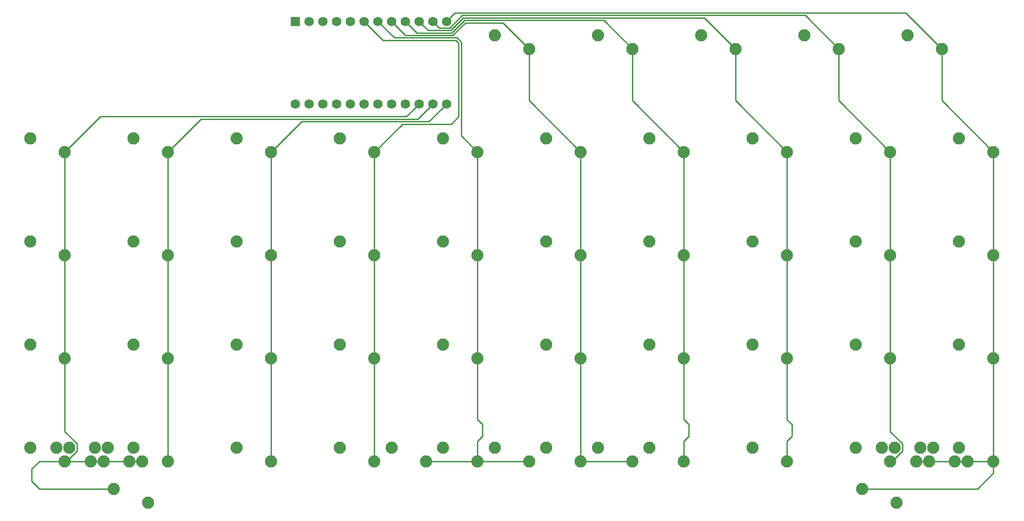
<source format=gbl>
G04 #@! TF.GenerationSoftware,KiCad,Pcbnew,(5.1.4)-1*
G04 #@! TF.CreationDate,2021-09-04T01:11:24-10:00*
G04 #@! TF.ProjectId,oya45,6f796134-352e-46b6-9963-61645f706362,rev?*
G04 #@! TF.SameCoordinates,Original*
G04 #@! TF.FileFunction,Copper,L2,Bot*
G04 #@! TF.FilePolarity,Positive*
%FSLAX46Y46*%
G04 Gerber Fmt 4.6, Leading zero omitted, Abs format (unit mm)*
G04 Created by KiCad (PCBNEW (5.1.4)-1) date 2021-09-04 01:11:24*
%MOMM*%
%LPD*%
G04 APERTURE LIST*
%ADD10C,2.250000*%
%ADD11R,1.752600X1.752600*%
%ADD12C,1.752600*%
%ADD13C,0.254000*%
G04 APERTURE END LIST*
D10*
X214153750Y-109220000D03*
X220503750Y-111760000D03*
X214471250Y-119380000D03*
X208121250Y-116840000D03*
X75247500Y-111760000D03*
X68897500Y-109220000D03*
X221297500Y-109220000D03*
X227647500Y-111760000D03*
X218916250Y-109220000D03*
X225266250Y-111760000D03*
X218122500Y-111760000D03*
X211772500Y-109220000D03*
X65722500Y-111760000D03*
X59372500Y-109220000D03*
X66516250Y-109220000D03*
X72866250Y-111760000D03*
X68103750Y-111760000D03*
X61753750Y-109220000D03*
X70008750Y-116840000D03*
X76358750Y-119380000D03*
X232410000Y-92710000D03*
X226060000Y-90170000D03*
X232410000Y-54610000D03*
X226060000Y-52070000D03*
X99060000Y-111760000D03*
X92710000Y-109220000D03*
X175260000Y-111760000D03*
X168910000Y-109220000D03*
X146685000Y-35560000D03*
X140335000Y-33020000D03*
X203835000Y-35560000D03*
X197485000Y-33020000D03*
X222885000Y-35560000D03*
X216535000Y-33020000D03*
D11*
X103505000Y-30480000D03*
D12*
X106045000Y-30480000D03*
X108585000Y-30480000D03*
X111125000Y-30480000D03*
X113665000Y-30480000D03*
X116205000Y-30480000D03*
X118745000Y-30480000D03*
X121285000Y-30480000D03*
X123825000Y-30480000D03*
X126365000Y-30480000D03*
X128905000Y-30480000D03*
X131445000Y-45720000D03*
X128905000Y-45720000D03*
X126365000Y-45720000D03*
X123825000Y-45720000D03*
X121285000Y-45720000D03*
X118745000Y-45720000D03*
X116205000Y-45720000D03*
X113665000Y-45720000D03*
X111125000Y-45720000D03*
X108585000Y-45720000D03*
X106045000Y-45720000D03*
X131445000Y-30480000D03*
X103505000Y-45720000D03*
D10*
X165735000Y-111760000D03*
X159385000Y-109220000D03*
X127635000Y-111760000D03*
X121285000Y-109220000D03*
X140335000Y-109220000D03*
X146685000Y-111760000D03*
X184785000Y-35560000D03*
X178435000Y-33020000D03*
X165735000Y-35560000D03*
X159385000Y-33020000D03*
X232410000Y-111760000D03*
X226060000Y-109220000D03*
X207010000Y-109220000D03*
X213360000Y-111760000D03*
X194310000Y-111760000D03*
X187960000Y-109220000D03*
X156210000Y-111760000D03*
X149860000Y-109220000D03*
X137160000Y-111760000D03*
X130810000Y-109220000D03*
X118110000Y-111760000D03*
X111760000Y-109220000D03*
X73660000Y-109220000D03*
X80010000Y-111760000D03*
X54610000Y-109220000D03*
X60960000Y-111760000D03*
X213360000Y-92710000D03*
X207010000Y-90170000D03*
X194310000Y-92710000D03*
X187960000Y-90170000D03*
X175260000Y-92710000D03*
X168910000Y-90170000D03*
X156210000Y-92710000D03*
X149860000Y-90170000D03*
X137160000Y-92710000D03*
X130810000Y-90170000D03*
X118110000Y-92710000D03*
X111760000Y-90170000D03*
X99060000Y-92710000D03*
X92710000Y-90170000D03*
X80010000Y-92710000D03*
X73660000Y-90170000D03*
X60960000Y-92710000D03*
X54610000Y-90170000D03*
X232410000Y-73660000D03*
X226060000Y-71120000D03*
X213360000Y-73660000D03*
X207010000Y-71120000D03*
X194310000Y-73660000D03*
X187960000Y-71120000D03*
X175260000Y-73660000D03*
X168910000Y-71120000D03*
X149860000Y-71120000D03*
X156210000Y-73660000D03*
X137160000Y-73660000D03*
X130810000Y-71120000D03*
X118110000Y-73660000D03*
X111760000Y-71120000D03*
X99060000Y-73660000D03*
X92710000Y-71120000D03*
X80010000Y-73660000D03*
X73660000Y-71120000D03*
X60960000Y-73660000D03*
X54610000Y-71120000D03*
X213360000Y-54610000D03*
X207010000Y-52070000D03*
X194310000Y-54610000D03*
X187960000Y-52070000D03*
X175260000Y-54610000D03*
X168910000Y-52070000D03*
X156210000Y-54610000D03*
X149860000Y-52070000D03*
X137160000Y-54610000D03*
X130810000Y-52070000D03*
X118110000Y-54610000D03*
X111760000Y-52070000D03*
X99060000Y-54610000D03*
X92710000Y-52070000D03*
X80010000Y-54610000D03*
X73660000Y-52070000D03*
X60960000Y-54610000D03*
X54610000Y-52070000D03*
D13*
X60960000Y-54610000D02*
X60960000Y-92710000D01*
X125488701Y-46596299D02*
X126365000Y-45720000D01*
X124005990Y-48079010D02*
X125488701Y-46596299D01*
X67490990Y-48079010D02*
X124005990Y-48079010D01*
X60960000Y-54610000D02*
X67490990Y-48079010D01*
X68417760Y-116840000D02*
X70008750Y-116840000D01*
X56255066Y-116840000D02*
X68417760Y-116840000D01*
X54829099Y-115414033D02*
X56255066Y-116840000D01*
X54829099Y-113185967D02*
X54829099Y-115414033D01*
X56255066Y-111760000D02*
X54829099Y-113185967D01*
X63205751Y-109831749D02*
X61277500Y-111760000D01*
X63205751Y-108523039D02*
X63205751Y-109831749D01*
X60960000Y-92710000D02*
X60960000Y-106277288D01*
X60960000Y-106277288D02*
X63205751Y-108523039D01*
X61277500Y-111760000D02*
X60960000Y-111760000D01*
X75247500Y-111760000D02*
X56255066Y-111760000D01*
X80010000Y-54610000D02*
X80010000Y-111760000D01*
X128028701Y-46596299D02*
X128905000Y-45720000D01*
X126091980Y-48533020D02*
X128028701Y-46596299D01*
X86086980Y-48533020D02*
X126091980Y-48533020D01*
X80010000Y-54610000D02*
X86086980Y-48533020D01*
X99060000Y-54610000D02*
X99060000Y-111760000D01*
X130568701Y-46596299D02*
X131445000Y-45720000D01*
X128177970Y-48987030D02*
X130568701Y-46596299D01*
X104682970Y-48987030D02*
X128177970Y-48987030D01*
X99060000Y-54610000D02*
X104682970Y-48987030D01*
X118110000Y-54610000D02*
X118110000Y-111760000D01*
X119678351Y-33953351D02*
X116205000Y-30480000D01*
X118110000Y-54610000D02*
X123278960Y-49441040D01*
X123278960Y-49441040D02*
X132327710Y-49441040D01*
X132327710Y-49441040D02*
X133689740Y-48079010D01*
X133689740Y-48079010D02*
X133689740Y-34470990D01*
X133689740Y-34470990D02*
X133172101Y-33953351D01*
X133172101Y-33953351D02*
X119678351Y-33953351D01*
X121764341Y-33499341D02*
X118745000Y-30480000D01*
X133360158Y-33499341D02*
X121764341Y-33499341D01*
X134143750Y-34282933D02*
X133360158Y-33499341D01*
X134143750Y-51593750D02*
X134143750Y-34282933D01*
X137160000Y-54610000D02*
X134143750Y-51593750D01*
X146685000Y-111760000D02*
X127635000Y-111760000D01*
X137160000Y-108051184D02*
X137160000Y-111760000D01*
X138052151Y-107159033D02*
X137160000Y-108051184D01*
X138052151Y-104930967D02*
X138052151Y-107159033D01*
X137160000Y-104038816D02*
X138052151Y-104930967D01*
X137160000Y-54610000D02*
X137160000Y-104038816D01*
X156210000Y-54610000D02*
X156210000Y-111760000D01*
X146685000Y-45085000D02*
X146685000Y-35560000D01*
X156210000Y-54610000D02*
X146685000Y-45085000D01*
X122161299Y-31356299D02*
X121285000Y-30480000D01*
X123850331Y-33045331D02*
X122161299Y-31356299D01*
X132586756Y-33045331D02*
X123850331Y-33045331D01*
X134901306Y-30730780D02*
X132586756Y-33045331D01*
X146685000Y-35560000D02*
X141855780Y-30730780D01*
X141855780Y-30730780D02*
X134901306Y-30730780D01*
X157800990Y-111760000D02*
X165735000Y-111760000D01*
X156210000Y-111760000D02*
X157800990Y-111760000D01*
X175260000Y-54610000D02*
X175260000Y-104038816D01*
X165735000Y-45085000D02*
X165735000Y-35560000D01*
X175260000Y-54610000D02*
X165735000Y-45085000D01*
X176152151Y-104930967D02*
X176152151Y-107159033D01*
X175260000Y-104038816D02*
X176152151Y-104930967D01*
X175260000Y-108051184D02*
X175260000Y-111760000D01*
X176152151Y-107159033D02*
X175260000Y-108051184D01*
X124701299Y-31356299D02*
X123825000Y-30480000D01*
X125936321Y-32591321D02*
X124701299Y-31356299D01*
X132398699Y-32591321D02*
X125936321Y-32591321D01*
X134713249Y-30276770D02*
X132398699Y-32591321D01*
X165735000Y-35560000D02*
X160451770Y-30276770D01*
X160451770Y-30276770D02*
X134713249Y-30276770D01*
X184785000Y-45085000D02*
X184785000Y-35560000D01*
X194310000Y-54610000D02*
X184785000Y-45085000D01*
X127241299Y-31356299D02*
X126365000Y-30480000D01*
X128022311Y-32137311D02*
X127241299Y-31356299D01*
X132210642Y-32137311D02*
X128022311Y-32137311D01*
X134525192Y-29822760D02*
X132210642Y-32137311D01*
X184785000Y-35560000D02*
X179047760Y-29822760D01*
X179047760Y-29822760D02*
X134525192Y-29822760D01*
X194310000Y-104045166D02*
X195195801Y-104930967D01*
X194310000Y-54610000D02*
X194310000Y-104045166D01*
X195195801Y-104930967D02*
X195195801Y-107159033D01*
X194310000Y-108044834D02*
X194310000Y-111760000D01*
X195195801Y-107159033D02*
X194310000Y-108044834D01*
X203835000Y-45085000D02*
X203835000Y-35560000D01*
X213360000Y-54610000D02*
X203835000Y-45085000D01*
X129781299Y-31356299D02*
X128905000Y-30480000D01*
X130108301Y-31683301D02*
X129781299Y-31356299D01*
X132022585Y-31683301D02*
X130108301Y-31683301D01*
X134337136Y-29368750D02*
X132022585Y-31683301D01*
X197643750Y-29368750D02*
X134337136Y-29368750D01*
X203835000Y-35560000D02*
X197643750Y-29368750D01*
X213677500Y-111760000D02*
X213360000Y-111760000D01*
X215605751Y-109831749D02*
X213677500Y-111760000D01*
X215605751Y-108523039D02*
X215605751Y-109831749D01*
X213360000Y-54610000D02*
X213360000Y-106277288D01*
X213360000Y-106277288D02*
X215605751Y-108523039D01*
X232410000Y-54610000D02*
X232410000Y-111760000D01*
X222885000Y-45085000D02*
X222885000Y-35560000D01*
X232410000Y-54610000D02*
X222885000Y-45085000D01*
X222885000Y-35560000D02*
X216239740Y-28914740D01*
X132321299Y-29603701D02*
X131445000Y-30480000D01*
X133010260Y-28914740D02*
X132321299Y-29603701D01*
X216239740Y-28914740D02*
X133010260Y-28914740D01*
X232410000Y-111760000D02*
X218122500Y-111760000D01*
X232410000Y-113350990D02*
X232410000Y-111760000D01*
X232410000Y-113924934D02*
X232410000Y-113350990D01*
X229494934Y-116840000D02*
X232410000Y-113924934D01*
X208121250Y-116840000D02*
X229494934Y-116840000D01*
M02*

</source>
